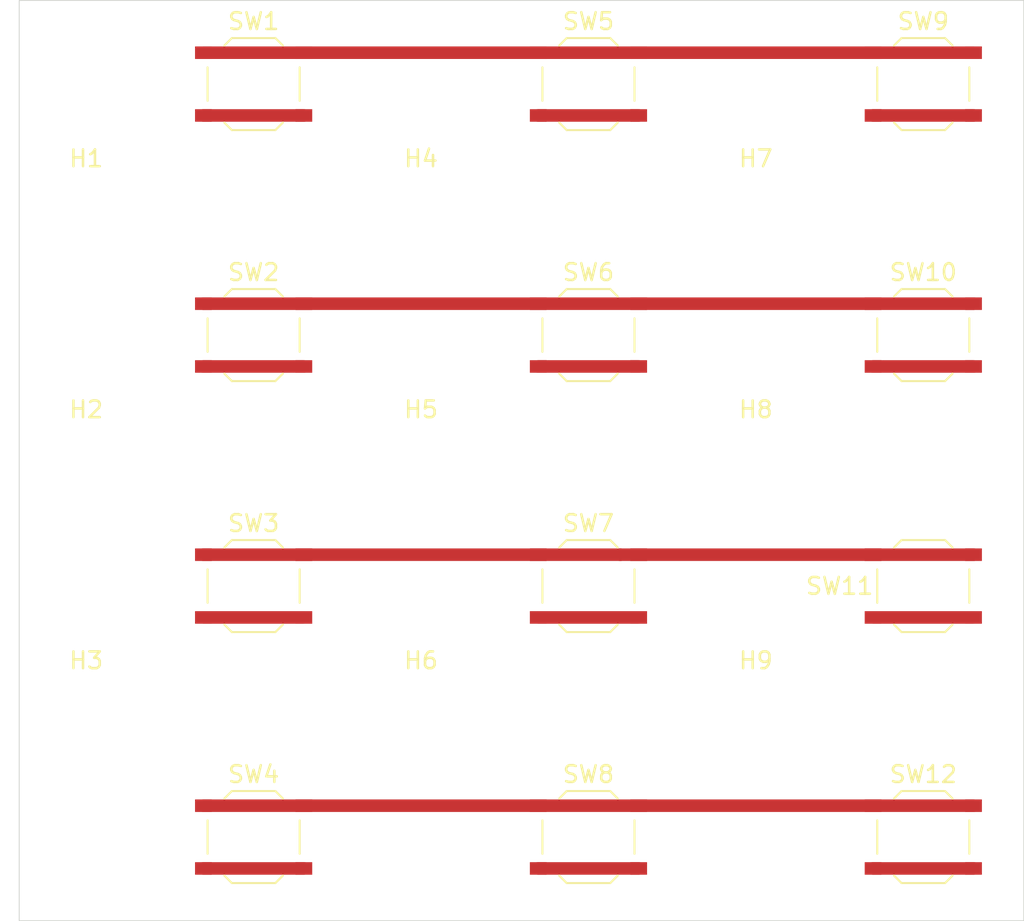
<source format=kicad_pcb>
(kicad_pcb (version 20241229) (generator "pcbnew") (generator_version "9.0")
  (layers (0 "F.Cu" signal) (2 "B.Cu" signal) (13 "F.Paste" user) (15 "B.Paste" user) (5 "F.SilkS" user "F.Silkscreen") (7 "B.SilkS" user "B.Silkscreen") (1 "F.Mask" user) (3 "B.Mask" user) (25 "Edge.Cuts" user))
  (net 0 "")
  (net 1 "Net-(D1-K)")
  (net 2 "/row_0")
  (net 3 "Net-(D2-K)")
  (net 4 "/row_1")
  (net 5 "Net-(D3-K)")
  (net 6 "/row_2")
  (net 7 "Net-(D4-K)")
  (net 8 "Net-(D5-K)")
  (net 9 "Net-(D6-K)")
  (net 10 "Net-(D7-K)")
  (net 11 "Net-(D8-K)")
  (net 12 "Net-(D9-K)")
  (net 13 "Net-(D10-K)")
  (net 14 "Net-(D11-K)")
  (net 15 "Net-(D12-K)")
  (net 16 "/row_3")
  (footprint "MountingHole:MountingHole_2.1mm" (layer "F.Cu") (at 152 103.5)
    (property "Reference" "H9" (at 0 -3.05 0) (layer "F.SilkS"))
    (property "Value" "MountingHole")
    (pad "" np_thru_hole circle (at 0 0) (size 2.1 2.1) (drill 2.1) (layers "*.Cu" "*.Mask"))
  )
  (footprint "MountingHole:MountingHole_2.1mm" (layer "F.Cu") (at 132 73.5)
    (property "Reference" "H4" (at 0 -3.05 0) (layer "F.SilkS"))
    (property "Value" "MountingHole")
    (pad "" np_thru_hole circle (at 0 0) (size 2.1 2.1) (drill 2.1) (layers "*.Cu" "*.Mask"))
  )
  (footprint "MountingHole:MountingHole_2.1mm" (layer "F.Cu") (at 112 73.5)
    (property "Reference" "H1" (at 0 -3.05 0) (layer "F.SilkS"))
    (property "Value" "MountingHole")
    (pad "" np_thru_hole circle (at 0 0) (size 2.1 2.1) (drill 2.1) (layers "*.Cu" "*.Mask"))
  )
  (footprint "Button_Switch_SMD:SW_Push_1P1T_XKB_TS-1187A" (layer "F.Cu") (at 122 66)
    (property "Reference" "SW1" (at 0 -3.75 0) (layer "F.SilkS"))
    (property "Value" "SW_Push")
    (fp_line (start -2.75 -1) (end -2.75 1) (stroke (width 0.12)) (layer "F.SilkS"))
    (fp_line (start -1.75 -2.3) (end -1.3 -2.75) (stroke (width 0.12)) (layer "F.SilkS"))
    (fp_line (start -1.75 2.3) (end -1.3 2.75) (stroke (width 0.12)) (layer "F.SilkS"))
    (fp_line (start -1.3 -2.75) (end 1.3 -2.75) (stroke (width 0.12)) (layer "F.SilkS"))
    (fp_line (start -1.3 2.75) (end 1.3 2.75) (stroke (width 0.12)) (layer "F.SilkS"))
    (fp_line (start 1.75 -2.3) (end 1.3 -2.75) (stroke (width 0.12)) (layer "F.SilkS"))
    (fp_line (start 1.75 2.3) (end 1.3 2.75) (stroke (width 0.12)) (layer "F.SilkS"))
    (fp_line (start 2.75 -1) (end 2.75 1) (stroke (width 0.12)) (layer "F.SilkS"))
    (pad "1" smd rect (at -3 -1.875) (size 1 0.75) (layers "F.Cu" "F.Mask" "F.Paste") (net 2 "/row_0"))
    (pad "1" smd rect (at 3 -1.875) (size 1 0.75) (layers "F.Cu" "F.Mask" "F.Paste") (net 2 "/row_0"))
    (pad "2" smd rect (at -3 1.875) (size 1 0.75) (layers "F.Cu" "F.Mask" "F.Paste") (net 1 "Net-(D1-K)"))
    (pad "2" smd rect (at 3 1.875) (size 1 0.75) (layers "F.Cu" "F.Mask" "F.Paste") (net 1 "Net-(D1-K)"))
  )
  (footprint "Button_Switch_SMD:SW_Push_1P1T_XKB_TS-1187A" (layer "F.Cu") (at 142 111)
    (property "Reference" "SW8" (at 0 -3.75 0) (layer "F.SilkS"))
    (property "Value" "SW_Push")
    (fp_line (start -2.75 -1) (end -2.75 1) (stroke (width 0.12)) (layer "F.SilkS"))
    (fp_line (start -1.75 -2.3) (end -1.3 -2.75) (stroke (width 0.12)) (layer "F.SilkS"))
    (fp_line (start -1.75 2.3) (end -1.3 2.75) (stroke (width 0.12)) (layer "F.SilkS"))
    (fp_line (start -1.3 -2.75) (end 1.3 -2.75) (stroke (width 0.12)) (layer "F.SilkS"))
    (fp_line (start -1.3 2.75) (end 1.3 2.75) (stroke (width 0.12)) (layer "F.SilkS"))
    (fp_line (start 1.75 -2.3) (end 1.3 -2.75) (stroke (width 0.12)) (layer "F.SilkS"))
    (fp_line (start 1.75 2.3) (end 1.3 2.75) (stroke (width 0.12)) (layer "F.SilkS"))
    (fp_line (start 2.75 -1) (end 2.75 1) (stroke (width 0.12)) (layer "F.SilkS"))
    (pad "1" smd rect (at -3 -1.875) (size 1 0.75) (layers "F.Cu" "F.Mask" "F.Paste") (net 16 "/row_3"))
    (pad "1" smd rect (at 3 -1.875) (size 1 0.75) (layers "F.Cu" "F.Mask" "F.Paste") (net 16 "/row_3"))
    (pad "2" smd rect (at -3 1.875) (size 1 0.75) (layers "F.Cu" "F.Mask" "F.Paste") (net 11 "Net-(D8-K)"))
    (pad "2" smd rect (at 3 1.875) (size 1 0.75) (layers "F.Cu" "F.Mask" "F.Paste") (net 11 "Net-(D8-K)"))
  )
  (footprint "Button_Switch_SMD:SW_Push_1P1T_XKB_TS-1187A" (layer "F.Cu") (at 162 96)
    (property "Reference" "SW11" (at -5 0 0) (layer "F.SilkS"))
    (property "Value" "SW_Push")
    (fp_line (start -2.75 -1) (end -2.75 1) (stroke (width 0.12)) (layer "F.SilkS"))
    (fp_line (start -1.75 -2.3) (end -1.3 -2.75) (stroke (width 0.12)) (layer "F.SilkS"))
    (fp_line (start -1.75 2.3) (end -1.3 2.75) (stroke (width 0.12)) (layer "F.SilkS"))
    (fp_line (start -1.3 -2.75) (end 1.3 -2.75) (stroke (width 0.12)) (layer "F.SilkS"))
    (fp_line (start -1.3 2.75) (end 1.3 2.75) (stroke (width 0.12)) (layer "F.SilkS"))
    (fp_line (start 1.75 -2.3) (end 1.3 -2.75) (stroke (width 0.12)) (layer "F.SilkS"))
    (fp_line (start 1.75 2.3) (end 1.3 2.75) (stroke (width 0.12)) (layer "F.SilkS"))
    (fp_line (start 2.75 -1) (end 2.75 1) (stroke (width 0.12)) (layer "F.SilkS"))
    (pad "1" smd rect (at -3 -1.875) (size 1 0.75) (layers "F.Cu" "F.Mask" "F.Paste") (net 6 "/row_2"))
    (pad "1" smd rect (at 3 -1.875) (size 1 0.75) (layers "F.Cu" "F.Mask" "F.Paste") (net 6 "/row_2"))
    (pad "2" smd rect (at -3 1.875) (size 1 0.75) (layers "F.Cu" "F.Mask" "F.Paste") (net 14 "Net-(D11-K)"))
    (pad "2" smd rect (at 3 1.875) (size 1 0.75) (layers "F.Cu" "F.Mask" "F.Paste") (net 14 "Net-(D11-K)"))
  )
  (footprint "Button_Switch_SMD:SW_Push_1P1T_XKB_TS-1187A" (layer "F.Cu") (at 122 111)
    (property "Reference" "SW4" (at 0 -3.75 0) (layer "F.SilkS"))
    (property "Value" "SW_Push")
    (fp_line (start -2.75 -1) (end -2.75 1) (stroke (width 0.12)) (layer "F.SilkS"))
    (fp_line (start -1.75 -2.3) (end -1.3 -2.75) (stroke (width 0.12)) (layer "F.SilkS"))
    (fp_line (start -1.75 2.3) (end -1.3 2.75) (stroke (width 0.12)) (layer "F.SilkS"))
    (fp_line (start -1.3 -2.75) (end 1.3 -2.75) (stroke (width 0.12)) (layer "F.SilkS"))
    (fp_line (start -1.3 2.75) (end 1.3 2.75) (stroke (width 0.12)) (layer "F.SilkS"))
    (fp_line (start 1.75 -2.3) (end 1.3 -2.75) (stroke (width 0.12)) (layer "F.SilkS"))
    (fp_line (start 1.75 2.3) (end 1.3 2.75) (stroke (width 0.12)) (layer "F.SilkS"))
    (fp_line (start 2.75 -1) (end 2.75 1) (stroke (width 0.12)) (layer "F.SilkS"))
    (pad "1" smd rect (at -3 -1.875) (size 1 0.75) (layers "F.Cu" "F.Mask" "F.Paste") (net 16 "/row_3"))
    (pad "1" smd rect (at 3 -1.875) (size 1 0.75) (layers "F.Cu" "F.Mask" "F.Paste") (net 16 "/row_3"))
    (pad "2" smd rect (at -3 1.875) (size 1 0.75) (layers "F.Cu" "F.Mask" "F.Paste") (net 7 "Net-(D4-K)"))
    (pad "2" smd rect (at 3 1.875) (size 1 0.75) (layers "F.Cu" "F.Mask" "F.Paste") (net 7 "Net-(D4-K)"))
  )
  (footprint "Button_Switch_SMD:SW_Push_1P1T_XKB_TS-1187A" (layer "F.Cu") (at 122 96)
    (property "Reference" "SW3" (at 0 -3.75 0) (layer "F.SilkS"))
    (property "Value" "SW_Push")
    (fp_line (start -2.75 -1) (end -2.75 1) (stroke (width 0.12)) (layer "F.SilkS"))
    (fp_line (start -1.75 -2.3) (end -1.3 -2.75) (stroke (width 0.12)) (layer "F.SilkS"))
    (fp_line (start -1.75 2.3) (end -1.3 2.75) (stroke (width 0.12)) (layer "F.SilkS"))
    (fp_line (start -1.3 -2.75) (end 1.3 -2.75) (stroke (width 0.12)) (layer "F.SilkS"))
    (fp_line (start -1.3 2.75) (end 1.3 2.75) (stroke (width 0.12)) (layer "F.SilkS"))
    (fp_line (start 1.75 -2.3) (end 1.3 -2.75) (stroke (width 0.12)) (layer "F.SilkS"))
    (fp_line (start 1.75 2.3) (end 1.3 2.75) (stroke (width 0.12)) (layer "F.SilkS"))
    (fp_line (start 2.75 -1) (end 2.75 1) (stroke (width 0.12)) (layer "F.SilkS"))
    (pad "1" smd rect (at -3 -1.875) (size 1 0.75) (layers "F.Cu" "F.Mask" "F.Paste") (net 6 "/row_2"))
    (pad "1" smd rect (at 3 -1.875) (size 1 0.75) (layers "F.Cu" "F.Mask" "F.Paste") (net 6 "/row_2"))
    (pad "2" smd rect (at -3 1.875) (size 1 0.75) (layers "F.Cu" "F.Mask" "F.Paste") (net 5 "Net-(D3-K)"))
    (pad "2" smd rect (at 3 1.875) (size 1 0.75) (layers "F.Cu" "F.Mask" "F.Paste") (net 5 "Net-(D3-K)"))
  )
  (footprint "MountingHole:MountingHole_2.1mm" (layer "F.Cu") (at 132 88.5)
    (property "Reference" "H5" (at 0 -3.05 0) (layer "F.SilkS"))
    (property "Value" "MountingHole")
    (pad "" np_thru_hole circle (at 0 0) (size 2.1 2.1) (drill 2.1) (layers "*.Cu" "*.Mask"))
  )
  (footprint "MountingHole:MountingHole_2.1mm" (layer "F.Cu") (at 112 88.5)
    (property "Reference" "H2" (at 0 -3.05 0) (layer "F.SilkS"))
    (property "Value" "MountingHole")
    (pad "" np_thru_hole circle (at 0 0) (size 2.1 2.1) (drill 2.1) (layers "*.Cu" "*.Mask"))
  )
  (footprint "Button_Switch_SMD:SW_Push_1P1T_XKB_TS-1187A" (layer "F.Cu") (at 142 81)
    (property "Reference" "SW6" (at 0 -3.75 0) (layer "F.SilkS"))
    (property "Value" "SW_Push")
    (fp_line (start -2.75 -1) (end -2.75 1) (stroke (width 0.12)) (layer "F.SilkS"))
    (fp_line (start -1.75 -2.3) (end -1.3 -2.75) (stroke (width 0.12)) (layer "F.SilkS"))
    (fp_line (start -1.75 2.3) (end -1.3 2.75) (stroke (width 0.12)) (layer "F.SilkS"))
    (fp_line (start -1.3 -2.75) (end 1.3 -2.75) (stroke (width 0.12)) (layer "F.SilkS"))
    (fp_line (start -1.3 2.75) (end 1.3 2.75) (stroke (width 0.12)) (layer "F.SilkS"))
    (fp_line (start 1.75 -2.3) (end 1.3 -2.75) (stroke (width 0.12)) (layer "F.SilkS"))
    (fp_line (start 1.75 2.3) (end 1.3 2.75) (stroke (width 0.12)) (layer "F.SilkS"))
    (fp_line (start 2.75 -1) (end 2.75 1) (stroke (width 0.12)) (layer "F.SilkS"))
    (pad "1" smd rect (at -3 -1.875) (size 1 0.75) (layers "F.Cu" "F.Mask" "F.Paste") (net 4 "/row_1"))
    (pad "1" smd rect (at 3 -1.875) (size 1 0.75) (layers "F.Cu" "F.Mask" "F.Paste") (net 4 "/row_1"))
    (pad "2" smd rect (at -3 1.875) (size 1 0.75) (layers "F.Cu" "F.Mask" "F.Paste") (net 9 "Net-(D6-K)"))
    (pad "2" smd rect (at 3 1.875) (size 1 0.75) (layers "F.Cu" "F.Mask" "F.Paste") (net 9 "Net-(D6-K)"))
  )
  (footprint "Button_Switch_SMD:SW_Push_1P1T_XKB_TS-1187A" (layer "F.Cu") (at 122 81)
    (property "Reference" "SW2" (at 0 -3.75 0) (layer "F.SilkS"))
    (property "Value" "SW_Push")
    (fp_line (start -2.75 -1) (end -2.75 1) (stroke (width 0.12)) (layer "F.SilkS"))
    (fp_line (start -1.75 -2.3) (end -1.3 -2.75) (stroke (width 0.12)) (layer "F.SilkS"))
    (fp_line (start -1.75 2.3) (end -1.3 2.75) (stroke (width 0.12)) (layer "F.SilkS"))
    (fp_line (start -1.3 -2.75) (end 1.3 -2.75) (stroke (width 0.12)) (layer "F.SilkS"))
    (fp_line (start -1.3 2.75) (end 1.3 2.75) (stroke (width 0.12)) (layer "F.SilkS"))
    (fp_line (start 1.75 -2.3) (end 1.3 -2.75) (stroke (width 0.12)) (layer "F.SilkS"))
    (fp_line (start 1.75 2.3) (end 1.3 2.75) (stroke (width 0.12)) (layer "F.SilkS"))
    (fp_line (start 2.75 -1) (end 2.75 1) (stroke (width 0.12)) (layer "F.SilkS"))
    (pad "1" smd rect (at -3 -1.875) (size 1 0.75) (layers "F.Cu" "F.Mask" "F.Paste") (net 4 "/row_1"))
    (pad "1" smd rect (at 3 -1.875) (size 1 0.75) (layers "F.Cu" "F.Mask" "F.Paste") (net 4 "/row_1"))
    (pad "2" smd rect (at -3 1.875) (size 1 0.75) (layers "F.Cu" "F.Mask" "F.Paste") (net 3 "Net-(D2-K)"))
    (pad "2" smd rect (at 3 1.875) (size 1 0.75) (layers "F.Cu" "F.Mask" "F.Paste") (net 3 "Net-(D2-K)"))
  )
  (footprint "MountingHole:MountingHole_2.1mm" (layer "F.Cu") (at 112 103.5)
    (property "Reference" "H3" (at 0 -3.05 0) (layer "F.SilkS"))
    (property "Value" "MountingHole")
    (pad "" np_thru_hole circle (at 0 0) (size 2.1 2.1) (drill 2.1) (layers "*.Cu" "*.Mask"))
  )
  (footprint "Button_Switch_SMD:SW_Push_1P1T_XKB_TS-1187A" (layer "F.Cu") (at 162 66)
    (property "Reference" "SW9" (at 0 -3.75 0) (layer "F.SilkS"))
    (property "Value" "SW_Push")
    (fp_line (start -2.75 -1) (end -2.75 1) (stroke (width 0.12)) (layer "F.SilkS"))
    (fp_line (start -1.75 -2.3) (end -1.3 -2.75) (stroke (width 0.12)) (layer "F.SilkS"))
    (fp_line (start -1.75 2.3) (end -1.3 2.75) (stroke (width 0.12)) (layer "F.SilkS"))
    (fp_line (start -1.3 -2.75) (end 1.3 -2.75) (stroke (width 0.12)) (layer "F.SilkS"))
    (fp_line (start -1.3 2.75) (end 1.3 2.75) (stroke (width 0.12)) (layer "F.SilkS"))
    (fp_line (start 1.75 -2.3) (end 1.3 -2.75) (stroke (width 0.12)) (layer "F.SilkS"))
    (fp_line (start 1.75 2.3) (end 1.3 2.75) (stroke (width 0.12)) (layer "F.SilkS"))
    (fp_line (start 2.75 -1) (end 2.75 1) (stroke (width 0.12)) (layer "F.SilkS"))
    (pad "1" smd rect (at -3 -1.875) (size 1 0.75) (layers "F.Cu" "F.Mask" "F.Paste") (net 2 "/row_0"))
    (pad "1" smd rect (at 3 -1.875) (size 1 0.75) (layers "F.Cu" "F.Mask" "F.Paste") (net 2 "/row_0"))
    (pad "2" smd rect (at -3 1.875) (size 1 0.75) (layers "F.Cu" "F.Mask" "F.Paste") (net 12 "Net-(D9-K)"))
    (pad "2" smd rect (at 3 1.875) (size 1 0.75) (layers "F.Cu" "F.Mask" "F.Paste") (net 12 "Net-(D9-K)"))
  )
  (footprint "MountingHole:MountingHole_2.1mm" (layer "F.Cu") (at 152 88.5)
    (property "Reference" "H8" (at 0 -3.05 0) (layer "F.SilkS"))
    (property "Value" "MountingHole")
    (pad "" np_thru_hole circle (at 0 0) (size 2.1 2.1) (drill 2.1) (layers "*.Cu" "*.Mask"))
  )
  (footprint "Button_Switch_SMD:SW_Push_1P1T_XKB_TS-1187A" (layer "F.Cu") (at 142 66)
    (property "Reference" "SW5" (at 0 -3.75 0) (layer "F.SilkS"))
    (property "Value" "SW_Push")
    (fp_line (start -2.75 -1) (end -2.75 1) (stroke (width 0.12)) (layer "F.SilkS"))
    (fp_line (start -1.75 -2.3) (end -1.3 -2.75) (stroke (width 0.12)) (layer "F.SilkS"))
    (fp_line (start -1.75 2.3) (end -1.3 2.75) (stroke (width 0.12)) (layer "F.SilkS"))
    (fp_line (start -1.3 -2.75) (end 1.3 -2.75) (stroke (width 0.12)) (layer "F.SilkS"))
    (fp_line (start -1.3 2.75) (end 1.3 2.75) (stroke (width 0.12)) (layer "F.SilkS"))
    (fp_line (start 1.75 -2.3) (end 1.3 -2.75) (stroke (width 0.12)) (layer "F.SilkS"))
    (fp_line (start 1.75 2.3) (end 1.3 2.75) (stroke (width 0.12)) (layer "F.SilkS"))
    (fp_line (start 2.75 -1) (end 2.75 1) (stroke (width 0.12)) (layer "F.SilkS"))
    (pad "1" smd rect (at -3 -1.875) (size 1 0.75) (layers "F.Cu" "F.Mask" "F.Paste") (net 2 "/row_0"))
    (pad "1" smd rect (at 3 -1.875) (size 1 0.75) (layers "F.Cu" "F.Mask" "F.Paste") (net 2 "/row_0"))
    (pad "2" smd rect (at -3 1.875) (size 1 0.75) (layers "F.Cu" "F.Mask" "F.Paste") (net 8 "Net-(D5-K)"))
    (pad "2" smd rect (at 3 1.875) (size 1 0.75) (layers "F.Cu" "F.Mask" "F.Paste") (net 8 "Net-(D5-K)"))
  )
  (footprint "Button_Switch_SMD:SW_Push_1P1T_XKB_TS-1187A" (layer "F.Cu") (at 162 81)
    (property "Reference" "SW10" (at 0 -3.75 0) (layer "F.SilkS"))
    (property "Value" "SW_Push")
    (fp_line (start -2.75 -1) (end -2.75 1) (stroke (width 0.12)) (layer "F.SilkS"))
    (fp_line (start -1.75 -2.3) (end -1.3 -2.75) (stroke (width 0.12)) (layer "F.SilkS"))
    (fp_line (start -1.75 2.3) (end -1.3 2.75) (stroke (width 0.12)) (layer "F.SilkS"))
    (fp_line (start -1.3 -2.75) (end 1.3 -2.75) (stroke (width 0.12)) (layer "F.SilkS"))
    (fp_line (start -1.3 2.75) (end 1.3 2.75) (stroke (width 0.12)) (layer "F.SilkS"))
    (fp_line (start 1.75 -2.3) (end 1.3 -2.75) (stroke (width 0.12)) (layer "F.SilkS"))
    (fp_line (start 1.75 2.3) (end 1.3 2.75) (stroke (width 0.12)) (layer "F.SilkS"))
    (fp_line (start 2.75 -1) (end 2.75 1) (stroke (width 0.12)) (layer "F.SilkS"))
    (pad "1" smd rect (at -3 -1.875) (size 1 0.75) (layers "F.Cu" "F.Mask" "F.Paste") (net 4 "/row_1"))
    (pad "1" smd rect (at 3 -1.875) (size 1 0.75) (layers "F.Cu" "F.Mask" "F.Paste") (net 4 "/row_1"))
    (pad "2" smd rect (at -3 1.875) (size 1 0.75) (layers "F.Cu" "F.Mask" "F.Paste") (net 13 "Net-(D10-K)"))
    (pad "2" smd rect (at 3 1.875) (size 1 0.75) (layers "F.Cu" "F.Mask" "F.Paste") (net 13 "Net-(D10-K)"))
  )
  (footprint "Button_Switch_SMD:SW_Push_1P1T_XKB_TS-1187A" (layer "F.Cu") (at 162 111)
    (property "Reference" "SW12" (at 0 -3.75 0) (layer "F.SilkS"))
    (property "Value" "SW_Push")
    (fp_line (start -2.75 -1) (end -2.75 1) (stroke (width 0.12)) (layer "F.SilkS"))
    (fp_line (start -1.75 -2.3) (end -1.3 -2.75) (stroke (width 0.12)) (layer "F.SilkS"))
    (fp_line (start -1.75 2.3) (end -1.3 2.75) (stroke (width 0.12)) (layer "F.SilkS"))
    (fp_line (start -1.3 -2.75) (end 1.3 -2.75) (stroke (width 0.12)) (layer "F.SilkS"))
    (fp_line (start -1.3 2.75) (end 1.3 2.75) (stroke (width 0.12)) (layer "F.SilkS"))
    (fp_line (start 1.75 -2.3) (end 1.3 -2.75) (stroke (width 0.12)) (layer "F.SilkS"))
    (fp_line (start 1.75 2.3) (end 1.3 2.75) (stroke (width 0.12)) (layer "F.SilkS"))
    (fp_line (start 2.75 -1) (end 2.75 1) (stroke (width 0.12)) (layer "F.SilkS"))
    (pad "1" smd rect (at -3 -1.875) (size 1 0.75) (layers "F.Cu" "F.Mask" "F.Paste") (net 16 "/row_3"))
    (pad "1" smd rect (at 3 -1.875) (size 1 0.75) (layers "F.Cu" "F.Mask" "F.Paste") (net 16 "/row_3"))
    (pad "2" smd rect (at -3 1.875) (size 1 0.75) (layers "F.Cu" "F.Mask" "F.Paste") (net 15 "Net-(D12-K)"))
    (pad "2" smd rect (at 3 1.875) (size 1 0.75) (layers "F.Cu" "F.Mask" "F.Paste") (net 15 "Net-(D12-K)"))
  )
  (footprint "MountingHole:MountingHole_2.1mm" (layer "F.Cu") (at 152 73.5)
    (property "Reference" "H7" (at 0 -3.05 0) (layer "F.SilkS"))
    (property "Value" "MountingHole")
    (pad "" np_thru_hole circle (at 0 0) (size 2.1 2.1) (drill 2.1) (layers "*.Cu" "*.Mask"))
  )
  (footprint "MountingHole:MountingHole_2.1mm" (layer "F.Cu") (at 132 103.5)
    (property "Reference" "H6" (at 0 -3.05 0) (layer "F.SilkS"))
    (property "Value" "MountingHole")
    (pad "" np_thru_hole circle (at 0 0) (size 2.1 2.1) (drill 2.1) (layers "*.Cu" "*.Mask"))
  )
  (footprint "Button_Switch_SMD:SW_Push_1P1T_XKB_TS-1187A" (layer "F.Cu") (at 142 96)
    (property "Reference" "SW7" (at 0 -3.75 0) (layer "F.SilkS"))
    (property "Value" "SW_Push")
    (fp_line (start -2.75 -1) (end -2.75 1) (stroke (width 0.12)) (layer "F.SilkS"))
    (fp_line (start -1.75 -2.3) (end -1.3 -2.75) (stroke (width 0.12)) (layer "F.SilkS"))
    (fp_line (start -1.75 2.3) (end -1.3 2.75) (stroke (width 0.12)) (layer "F.SilkS"))
    (fp_line (start -1.3 -2.75) (end 1.3 -2.75) (stroke (width 0.12)) (layer "F.SilkS"))
    (fp_line (start -1.3 2.75) (end 1.3 2.75) (stroke (width 0.12)) (layer "F.SilkS"))
    (fp_line (start 1.75 -2.3) (end 1.3 -2.75) (stroke (width 0.12)) (layer "F.SilkS"))
    (fp_line (start 1.75 2.3) (end 1.3 2.75) (stroke (width 0.12)) (layer "F.SilkS"))
    (fp_line (start 2.75 -1) (end 2.75 1) (stroke (width 0.12)) (layer "F.SilkS"))
    (pad "1" smd rect (at -3 -1.875) (size 1 0.75) (layers "F.Cu" "F.Mask" "F.Paste") (net 6 "/row_2"))
    (pad "1" smd rect (at 3 -1.875) (size 1 0.75) (layers "F.Cu" "F.Mask" "F.Paste") (net 6 "/row_2"))
    (pad "2" smd rect (at -3 1.875) (size 1 0.75) (layers "F.Cu" "F.Mask" "F.Paste") (net 10 "Net-(D7-K)"))
    (pad "2" smd rect (at 3 1.875) (size 1 0.75) (layers "F.Cu" "F.Mask" "F.Paste") (net 10 "Net-(D7-K)"))
  )
  (gr_rect (start 108 61) (end 168 116) (stroke (width 0.05)) (fill no) (layer "Edge.Cuts"))
  (segment (start 119 67.875) (end 125 67.875) (width 0.75) (layer "F.Cu") (net 1))
  (segment (start 165 64.125) (end 119 64.125) (width 0.75) (layer "F.Cu") (net 2))
  (segment (start 119 82.875) (end 125 82.875) (width 0.75) (layer "F.Cu") (net 3))
  (segment (start 165 79.125) (end 119 79.125) (width 0.75) (layer "F.Cu") (net 4))
  (segment (start 119 97.875) (end 125 97.875) (width 0.75) (layer "F.Cu") (net 5))
  (segment (start 119 94.125) (end 143.9 94.125) (width 0.75) (layer "F.Cu") (net 6))
  (segment (start 143.9 94.125) (end 165 94.125) (width 0.75) (layer "F.Cu") (net 6))
  (segment (start 119 112.875) (end 125 112.875) (width 0.75) (layer "F.Cu") (net 7))
  (segment (start 145 67.875) (end 139 67.875) (width 0.75) (layer "F.Cu") (net 8))
  (segment (start 145 82.875) (end 139 82.875) (width 0.75) (layer "F.Cu") (net 9))
  (segment (start 145 97.875) (end 139 97.875) (width 0.75) (layer "F.Cu") (net 10))
  (segment (start 145 112.875) (end 139 112.875) (width 0.75) (layer "F.Cu") (net 11))
  (segment (start 159 67.875) (end 165 67.875) (width 0.75) (layer "F.Cu") (net 12))
  (segment (start 165 82.875) (end 159 82.875) (width 0.75) (layer "F.Cu") (net 13))
  (segment (start 165 97.875) (end 159 97.875) (width 0.75) (layer "F.Cu") (net 14))
  (segment (start 165 112.875) (end 159 112.875) (width 0.75) (layer "F.Cu") (net 15))
  (segment (start 119 109.125) (end 165 109.125) (width 0.75) (layer "F.Cu") (net 16))
)
</source>
